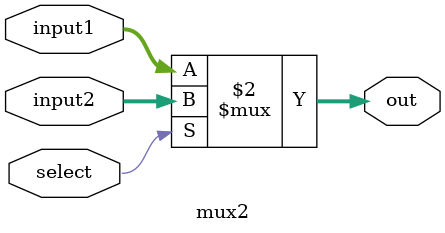
<source format=v>
module mux2 #(parameter BIT_LEN=8) 
         (     input [BIT_LEN-1:0] input1,
               input [BIT_LEN-1:0] input2,
               input  select,
               output [BIT_LEN-1:0] out );
    assign out = select == 0 ? input1 : input2;
    
//    always @* begin
//      $display("MUX input1: %b, input2: %b, selection: %b, out: %b", input1, input2, select, out);
//    end
  

endmodule 

</source>
